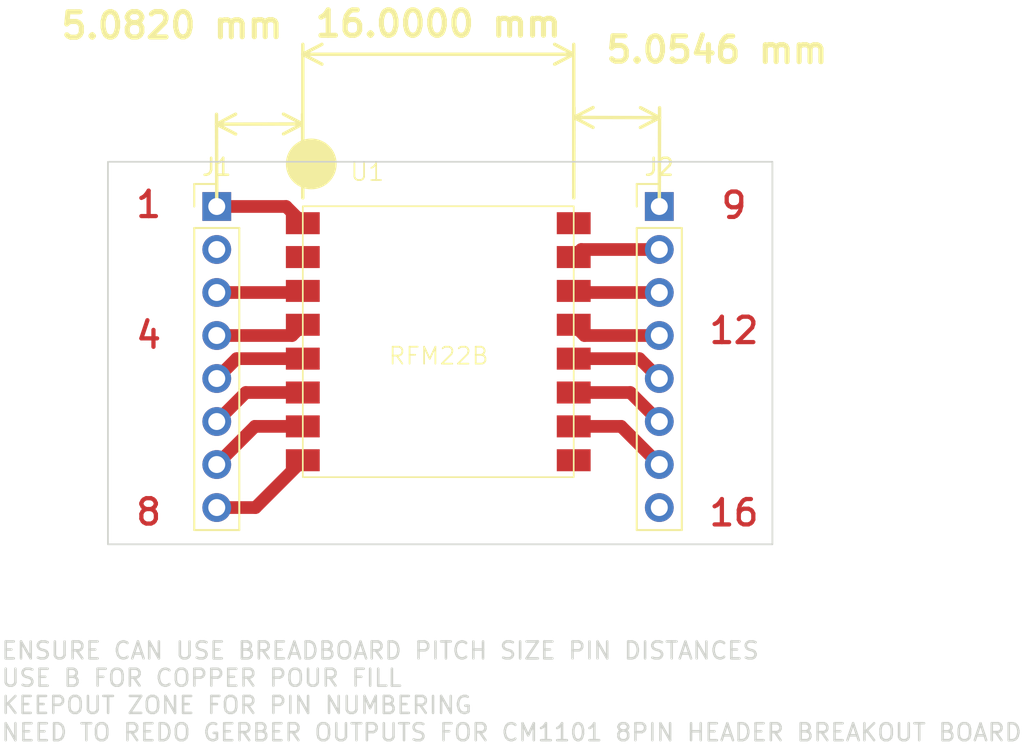
<source format=kicad_pcb>
(kicad_pcb (version 20221018) (generator pcbnew)
  (layers (0 "F.Cu" signal) (31 "B.Cu" signal) (34 "B.Paste" user) (35 "F.Paste" user) (36 "B.SilkS" user "B.Silkscreen") (37 "F.SilkS" user "F.Silkscreen") (38 "B.Mask" user) (39 "F.Mask" user) (44 "Edge.Cuts" user))
  (net 0 "")
  (net 1 "/ANT")
  (net 2 "/GND")
  (net 3 "/RX_ANT")
  (net 4 "/TX_ANT")
  (net 5 "/VCC")
  (net 6 "/GPIO_0")
  (net 7 "/GPIO_1")
  (net 8 "/GPIO_2")
  (net 9 "/SDN")
  (net 10 "/NIRQ")
  (net 11 "/NSEL")
  (net 12 "/SCK")
  (net 13 "/SDI")
  (net 14 "/SDO")
  (footprint "Connector_PinHeader_2.54mm:PinHeader_1x08_P2.54mm_Vertical" (layer "F.Cu") (at 147.9296 95.0976)
    (fp_text reference "J1" (at 0 -2.33) (layer "F.SilkS"))
    (fp_text value "Conn_01x08_Pin")
    (fp_line (start -1.33 -1.33) (end 0 -1.33) (stroke (width 0.12)) (layer "F.SilkS"))
    (fp_line (start -1.33 0) (end -1.33 -1.33) (stroke (width 0.12)) (layer "F.SilkS"))
    (fp_line (start -1.33 1.27) (end -1.33 19.11) (stroke (width 0.12)) (layer "F.SilkS"))
    (fp_line (start -1.33 1.27) (end 1.33 1.27) (stroke (width 0.12)) (layer "F.SilkS"))
    (fp_line (start -1.33 19.11) (end 1.33 19.11) (stroke (width 0.12)) (layer "F.SilkS"))
    (fp_line (start 1.33 1.27) (end 1.33 19.11) (stroke (width 0.12)) (layer "F.SilkS"))
    (pad "1" thru_hole rect (at 0 0) (size 1.7 1.7) (drill 1) (layers "*.Cu" "*.Mask") (net 1 "/ANT"))
    (pad "2" thru_hole oval (at 0 2.54) (size 1.7 1.7) (drill 1) (layers "*.Cu" "*.Mask") (net 2 "/GND"))
    (pad "3" thru_hole oval (at 0 5.08) (size 1.7 1.7) (drill 1) (layers "*.Cu" "*.Mask") (net 3 "/RX_ANT"))
    (pad "4" thru_hole oval (at 0 7.62) (size 1.7 1.7) (drill 1) (layers "*.Cu" "*.Mask") (net 4 "/TX_ANT"))
    (pad "5" thru_hole oval (at 0 10.16) (size 1.7 1.7) (drill 1) (layers "*.Cu" "*.Mask") (net 5 "/VCC"))
    (pad "6" thru_hole oval (at 0 12.7) (size 1.7 1.7) (drill 1) (layers "*.Cu" "*.Mask") (net 6 "/GPIO_0"))
    (pad "7" thru_hole oval (at 0 15.24) (size 1.7 1.7) (drill 1) (layers "*.Cu" "*.Mask") (net 7 "/GPIO_1"))
    (pad "8" thru_hole oval (at 0 17.78) (size 1.7 1.7) (drill 1) (layers "*.Cu" "*.Mask") (net 8 "/GPIO_2"))
  )
  (footprint "Connector_PinHeader_2.54mm:PinHeader_1x08_P2.54mm_Vertical" (layer "F.Cu") (at 174.0662 95.0976)
    (fp_text reference "J2" (at 0 -2.33) (layer "F.SilkS"))
    (fp_text value "Conn_01x08_Pin")
    (fp_line (start -1.33 -1.33) (end 0 -1.33) (stroke (width 0.12)) (layer "F.SilkS"))
    (fp_line (start -1.33 0) (end -1.33 -1.33) (stroke (width 0.12)) (layer "F.SilkS"))
    (fp_line (start -1.33 1.27) (end -1.33 19.11) (stroke (width 0.12)) (layer "F.SilkS"))
    (fp_line (start -1.33 1.27) (end 1.33 1.27) (stroke (width 0.12)) (layer "F.SilkS"))
    (fp_line (start -1.33 19.11) (end 1.33 19.11) (stroke (width 0.12)) (layer "F.SilkS"))
    (fp_line (start 1.33 1.27) (end 1.33 19.11) (stroke (width 0.12)) (layer "F.SilkS"))
    (pad "1" thru_hole rect (at 0 0) (size 1.7 1.7) (drill 1) (layers "*.Cu" "*.Mask") (net 2 "/GND"))
    (pad "2" thru_hole oval (at 0 2.54) (size 1.7 1.7) (drill 1) (layers "*.Cu" "*.Mask") (net 9 "/SDN"))
    (pad "3" thru_hole oval (at 0 5.08) (size 1.7 1.7) (drill 1) (layers "*.Cu" "*.Mask") (net 10 "/NIRQ"))
    (pad "4" thru_hole oval (at 0 7.62) (size 1.7 1.7) (drill 1) (layers "*.Cu" "*.Mask") (net 11 "/NSEL"))
    (pad "5" thru_hole oval (at 0 10.16) (size 1.7 1.7) (drill 1) (layers "*.Cu" "*.Mask") (net 12 "/SCK"))
    (pad "6" thru_hole oval (at 0 12.7) (size 1.7 1.7) (drill 1) (layers "*.Cu" "*.Mask") (net 13 "/SDI"))
    (pad "7" thru_hole oval (at 0 15.24) (size 1.7 1.7) (drill 1) (layers "*.Cu" "*.Mask") (net 14 "/SDO"))
    (pad "8" thru_hole oval (at 0 17.78) (size 1.7 1.7) (drill 1) (layers "*.Cu" "*.Mask") (net 2 "/GND"))
  )
  (footprint "PersonalFootprintsBuilt:RFM22B" (layer "F.Cu") (at 161.0116 95.0836)
    (fp_text reference "U1" (at -4.191 -2.0066 unlocked) (layer "F.SilkS") (effects (font (thickness 0.1))))
    (fp_text value "RFM22B" hide)
    (fp_text user "RFM22B" (at -2.9972 9.4234 unlocked) (layer "F.SilkS") (effects (font (thickness 0.1)) (justify left bottom)))
    (fp_rect (start -8 0) (end 8 16) (stroke (width 0.1)) (fill none) (layer "F.SilkS"))
    (fp_circle (center -7.5 -2.5) (end -6.75 -2.5) (stroke (width 1.5)) (fill none) (layer "F.SilkS"))
    (pad "1" smd rect (at -8 1) (size 2 1.3) (layers "F.Cu" "F.Paste" "F.Mask") (net 1 "/ANT"))
    (pad "2" smd rect (at -8 3) (size 2 1.3) (layers "F.Cu" "F.Paste" "F.Mask") (net 2 "/GND"))
    (pad "3" smd rect (at -8 5) (size 2 1.3) (layers "F.Cu" "F.Paste" "F.Mask") (net 3 "/RX_ANT"))
    (pad "4" smd rect (at -8 7) (size 2 1.3) (layers "F.Cu" "F.Paste" "F.Mask") (net 4 "/TX_ANT"))
    (pad "5" smd rect (at -8 9) (size 2 1.3) (layers "F.Cu" "F.Paste" "F.Mask") (net 5 "/VCC"))
    (pad "6" smd rect (at -8 11) (size 2 1.3) (layers "F.Cu" "F.Paste" "F.Mask") (net 6 "/GPIO_0"))
    (pad "7" smd rect (at -8 13) (size 2 1.3) (layers "F.Cu" "F.Paste" "F.Mask") (net 7 "/GPIO_1"))
    (pad "8" smd rect (at -8 15) (size 2 1.3) (layers "F.Cu" "F.Paste" "F.Mask") (net 8 "/GPIO_2"))
    (pad "9" smd rect (at 8 1) (size 2 1.3) (layers "F.Cu" "F.Paste" "F.Mask") (net 2 "/GND"))
    (pad "10" smd rect (at 8 3) (size 2 1.3) (layers "F.Cu" "F.Paste" "F.Mask") (net 9 "/SDN"))
    (pad "11" smd rect (at 8 5) (size 2 1.3) (layers "F.Cu" "F.Paste" "F.Mask") (net 10 "/NIRQ"))
    (pad "12" smd rect (at 8 7) (size 2 1.3) (layers "F.Cu" "F.Paste" "F.Mask") (net 11 "/NSEL"))
    (pad "13" smd rect (at 8 9) (size 2 1.3) (layers "F.Cu" "F.Paste" "F.Mask") (net 12 "/SCK"))
    (pad "14" smd rect (at 8 11) (size 2 1.3) (layers "F.Cu" "F.Paste" "F.Mask") (net 13 "/SDI"))
    (pad "15" smd rect (at 8 13) (size 2 1.3) (layers "F.Cu" "F.Paste" "F.Mask") (net 14 "/SDO"))
    (pad "16" smd rect (at 8 15) (size 2 1.3) (layers "F.Cu" "F.Paste" "F.Mask") (net 2 "/GND"))
  )
  (gr_rect (start 141.5034 92.456) (end 180.7464 115.0493) (stroke (width 0.1)) (fill none) (layer "Edge.Cuts"))
  (gr_text "16" (at 176.882514 114.0714) (layer "F.Cu") (effects (font (size 1.5 1.5) (thickness 0.25) bold) (justify left bottom)))
  (gr_text "12" (at 176.882514 103.3018) (layer "F.Cu") (effects (font (size 1.5 1.5) (thickness 0.25) bold) (justify left bottom)))
  (gr_text "8" (at 143.0274 114.0206) (layer "F.Cu") (effects (font (size 1.5 1.5) (thickness 0.25) bold) (justify left bottom)))
  (gr_text "1" (at 143.0274 95.8596) (layer "F.Cu") (effects (font (size 1.5 1.5) (thickness 0.25) bold) (justify left bottom)))
  (gr_text "9" (at 177.5968 95.9104) (layer "F.Cu") (effects (font (size 1.5 1.5) (thickness 0.25) bold) (justify left bottom)))
  (gr_text "4" (at 143.0274 103.5812) (layer "F.Cu") (effects (font (size 1.5 1.5) (thickness 0.25) bold) (justify left bottom)))
  (gr_text "ENSURE CAN USE BREADBOARD PITCH SIZE PIN DISTANCES\nUSE B FOR COPPER POUR FILL\nKEEPOUT ZONE FOR PIN NUMBERING\nNEED TO REDO GERBER OUTPUTS FOR CM1101 8PIN HEADER BREAKOUT BOARD" (at 135.128 126.746) (layer "Edge.Cuts") (effects (font (size 1 1)) (justify left bottom)))
  (dimension (type aligned) (layer "F.SilkS") (pts (xy 169.0116 95.0836) (xy 174.0662 95.0976)) (height -5.24699) (gr_text "5.0546 mm" (at 177.4698 85.852 359.8413052) (layer "F.SilkS") (effects (font (size 1.5 1.5) (thickness 0.3)))) (format (prefix "") (suffix "") (units 3) (units_format 1) (precision 4)) (style (thickness 0.2) (arrow_length 1.27) (text_position_mode 2) (extension_height 0.58642) (extension_offset 0.5) keep_text_aligned))
  (dimension (type aligned) (layer "F.SilkS") (pts (xy 169.0116 95.0836) (xy 153.0116 95.0836)) (height 8.977599) (gr_text "16.0000 mm" (at 161.0116 84.306001) (layer "F.SilkS") (effects (font (size 1.5 1.5) (thickness 0.3)))) (format (prefix "") (suffix "") (units 3) (units_format 1) (precision 4)) (style (thickness 0.2) (arrow_length 1.27) (text_position_mode 0) (extension_height 0.58642) (extension_offset 0.5) keep_text_aligned))
  (dimension (type aligned) (layer "F.SilkS") (pts (xy 153.0116 95.0836) (xy 147.9296 95.0976)) (height 4.861277) (gr_text "5.0820 mm" (at 145.288 84.4042 0.1578392137) (layer "F.SilkS") (effects (font (size 1.5 1.5) (thickness 0.3)))) (format (prefix "") (suffix "") (units 3) (units_format 1) (precision 4)) (style (thickness 0.2) (arrow_length 1.27) (text_position_mode 2) (extension_height 0.58642) (extension_offset 0.5) keep_text_aligned))
  (segment (start 147.9296 95.0976) (end 152.0256 95.0976) (width 0.75) (layer "F.Cu") (net 1))
  (segment (start 152.0256 95.0976) (end 153.0116 96.0836) (width 0.75) (layer "F.Cu") (net 1))
  (segment (start 147.9296 100.1776) (end 152.9176 100.1776) (width 0.75) (layer "F.Cu") (net 3))
  (segment (start 152.75 99.822) (end 153.0116 100.0836) (width 0.25) (layer "F.Cu") (net 3))
  (segment (start 152.9176 100.1776) (end 153.0116 100.0836) (width 0.25) (layer "F.Cu") (net 3))
  (segment (start 147.9296 102.7176) (end 152.3776 102.7176) (width 0.75) (layer "F.Cu") (net 4))
  (segment (start 152.3776 102.7176) (end 153.0116 102.0836) (width 0.75) (layer "F.Cu") (net 4))
  (segment (start 147.9296 105.2576) (end 149.1036 104.0836) (width 0.75) (layer "F.Cu") (net 5))
  (segment (start 149.1036 104.0836) (end 153.0116 104.0836) (width 0.75) (layer "F.Cu") (net 5))
  (segment (start 153.006 104.0892) (end 153.0116 104.0836) (width 0.25) (layer "F.Cu") (net 5))
  (segment (start 149.6436 106.0836) (end 153.0116 106.0836) (width 0.75) (layer "F.Cu") (net 6))
  (segment (start 147.9296 107.7976) (end 149.6436 106.0836) (width 0.75) (layer "F.Cu") (net 6))
  (segment (start 147.9296 110.3376) (end 150.1836 108.0836) (width 0.75) (layer "F.Cu") (net 7))
  (segment (start 150.1836 108.0836) (end 153.0116 108.0836) (width 0.75) (layer "F.Cu") (net 7))
  (segment (start 150.2176 112.8776) (end 153.0116 110.0836) (width 0.75) (layer "F.Cu") (net 8))
  (segment (start 147.9296 112.8776) (end 150.2176 112.8776) (width 0.75) (layer "F.Cu") (net 8))
  (segment (start 174.0662 97.6376) (end 169.4576 97.6376) (width 0.75) (layer "F.Cu") (net 9))
  (segment (start 169.4576 97.6376) (end 169.0116 98.0836) (width 0.75) (layer "F.Cu") (net 9))
  (segment (start 174.0662 100.1776) (end 169.1056 100.1776) (width 0.75) (layer "F.Cu") (net 10))
  (segment (start 169.1056 100.1776) (end 169.0116 100.0836) (width 0.25) (layer "F.Cu") (net 10))
  (segment (start 169.6456 102.7176) (end 169.0116 102.0836) (width 0.75) (layer "F.Cu") (net 11))
  (segment (start 174.0662 102.7176) (end 169.6456 102.7176) (width 0.75) (layer "F.Cu") (net 11))
  (segment (start 172.8922 104.0836) (end 169.0116 104.0836) (width 0.75) (layer "F.Cu") (net 12))
  (segment (start 174.0662 105.2576) (end 172.8922 104.0836) (width 0.75) (layer "F.Cu") (net 12))
  (segment (start 174.0662 107.7976) (end 172.3522 106.0836) (width 0.75) (layer "F.Cu") (net 13))
  (segment (start 172.3522 106.0836) (end 169.0116 106.0836) (width 0.75) (layer "F.Cu") (net 13))
  (segment (start 171.8122 108.0836) (end 169.0116 108.0836) (width 0.75) (layer "F.Cu") (net 14))
  (segment (start 174.0662 110.3376) (end 171.8122 108.0836) (width 0.75) (layer "F.Cu") (net 14))
)
</source>
